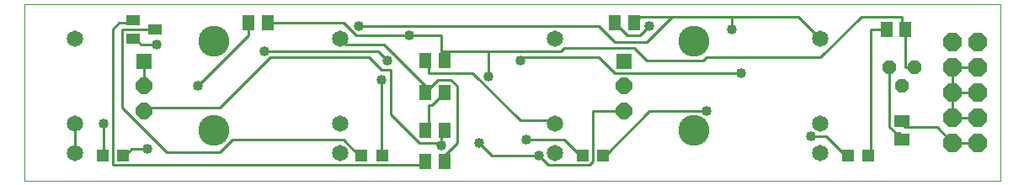
<source format=gtl>
G75*
%MOIN*%
%OFA0B0*%
%FSLAX25Y25*%
%IPPOS*%
%LPD*%
%AMOC8*
5,1,8,0,0,1.08239X$1,22.5*
%
%ADD10C,0.00000*%
%ADD11R,0.05118X0.05906*%
%ADD12OC8,0.05200*%
%ADD13OC8,0.07400*%
%ADD14R,0.06496X0.06496*%
%ADD15OC8,0.06496*%
%ADD16C,0.12268*%
%ADD17R,0.04724X0.04724*%
%ADD18R,0.05512X0.03937*%
%ADD19C,0.06496*%
%ADD20R,0.05906X0.05118*%
%ADD21C,0.01000*%
%ADD22C,0.04000*%
D10*
X0001000Y0005500D02*
X0001000Y0075461D01*
X0387201Y0075461D01*
X0387201Y0005500D01*
X0001000Y0005500D01*
D11*
X0159760Y0013000D03*
X0167240Y0013000D03*
X0167240Y0025500D03*
X0159760Y0025500D03*
X0159760Y0040500D03*
X0167240Y0040500D03*
X0167240Y0053000D03*
X0159760Y0053000D03*
X0097240Y0068000D03*
X0089760Y0068000D03*
X0234760Y0068000D03*
X0242240Y0068000D03*
X0342260Y0065500D03*
X0349740Y0065500D03*
D12*
X0353500Y0050500D03*
X0343500Y0050500D03*
X0348500Y0043000D03*
D13*
X0368500Y0040500D03*
X0378500Y0040500D03*
X0378500Y0050500D03*
X0368500Y0050500D03*
X0368500Y0060500D03*
X0378500Y0060500D03*
X0378500Y0030500D03*
X0368500Y0030500D03*
X0368500Y0020500D03*
X0378500Y0020500D03*
D14*
X0238441Y0052843D03*
X0048441Y0052843D03*
D15*
X0048441Y0043000D03*
X0048441Y0033157D03*
X0238441Y0033157D03*
X0238441Y0043000D03*
D16*
X0266000Y0060717D03*
X0266000Y0025283D03*
X0076000Y0025283D03*
X0076000Y0060717D03*
D17*
X0040134Y0015500D03*
X0031866Y0015500D03*
X0134366Y0015500D03*
X0142634Y0015500D03*
X0221866Y0015500D03*
X0230134Y0015500D03*
X0326866Y0015500D03*
X0335134Y0015500D03*
D18*
X0052831Y0065500D03*
X0044169Y0061760D03*
X0044169Y0069240D03*
D19*
X0021098Y0061701D03*
X0126059Y0061701D03*
X0211138Y0061701D03*
X0316020Y0061701D03*
X0316020Y0028236D03*
X0316020Y0016425D03*
X0211138Y0016425D03*
X0211138Y0028236D03*
X0126059Y0028236D03*
X0126059Y0016425D03*
X0021098Y0016425D03*
X0021098Y0028236D03*
D20*
X0348500Y0029240D03*
X0348500Y0021760D03*
D21*
X0348500Y0023000D01*
X0347250Y0024250D01*
X0346000Y0024250D01*
X0343500Y0026750D01*
X0343500Y0050500D01*
X0349750Y0050500D02*
X0353500Y0050500D01*
X0349750Y0050500D02*
X0349750Y0065500D01*
X0349740Y0065500D01*
X0348500Y0065500D01*
X0348500Y0070500D01*
X0332250Y0070500D01*
X0316000Y0054250D01*
X0271000Y0054250D01*
X0269750Y0053000D01*
X0247250Y0053000D01*
X0242250Y0058000D01*
X0214750Y0058000D01*
X0213500Y0056750D01*
X0184750Y0056750D01*
X0184750Y0046750D01*
X0178500Y0048000D02*
X0197250Y0029250D01*
X0211000Y0029250D01*
X0211138Y0028236D01*
X0226000Y0033000D02*
X0237250Y0033000D01*
X0238441Y0033157D01*
X0248500Y0033000D02*
X0271000Y0033000D01*
X0248500Y0033000D02*
X0231000Y0015500D01*
X0230134Y0015500D01*
X0221866Y0015500D02*
X0221000Y0015500D01*
X0214750Y0021750D01*
X0199750Y0021750D01*
X0186000Y0015500D02*
X0181000Y0020500D01*
X0172250Y0020500D02*
X0172250Y0043000D01*
X0169750Y0045500D01*
X0164750Y0045500D01*
X0161000Y0041750D01*
X0159760Y0040500D01*
X0159750Y0040500D01*
X0161000Y0041750D01*
X0143500Y0059250D01*
X0128500Y0059250D01*
X0127250Y0060500D01*
X0126059Y0061701D01*
X0132250Y0063000D02*
X0127250Y0068000D01*
X0097240Y0068000D01*
X0089760Y0068000D02*
X0089750Y0068000D01*
X0089750Y0063000D01*
X0069750Y0043000D01*
X0048500Y0043000D02*
X0048441Y0043000D01*
X0048500Y0043000D02*
X0048500Y0051750D01*
X0048441Y0052843D01*
X0047250Y0059250D02*
X0053500Y0059250D01*
X0047250Y0059250D02*
X0044750Y0061750D01*
X0044169Y0061760D01*
X0039750Y0065500D02*
X0052831Y0065500D01*
X0044169Y0069240D02*
X0043500Y0068000D01*
X0038500Y0068000D01*
X0036000Y0065500D01*
X0036000Y0011750D01*
X0158500Y0011750D01*
X0159750Y0013000D01*
X0159760Y0013000D01*
X0167240Y0013000D02*
X0167250Y0013000D01*
X0167250Y0015500D01*
X0172250Y0020500D01*
X0166000Y0020500D02*
X0166000Y0019250D01*
X0166000Y0020500D02*
X0157250Y0020500D01*
X0146000Y0031750D01*
X0146000Y0049250D01*
X0142250Y0049250D01*
X0137250Y0054250D01*
X0098500Y0054250D01*
X0078500Y0034250D01*
X0048500Y0034250D01*
X0048441Y0033157D01*
X0039750Y0034250D02*
X0039750Y0065500D01*
X0096000Y0056750D02*
X0141000Y0056750D01*
X0144750Y0053000D01*
X0159760Y0053000D02*
X0161000Y0053000D01*
X0161000Y0048000D01*
X0178500Y0048000D01*
X0167240Y0053000D02*
X0166000Y0053000D01*
X0166000Y0056750D01*
X0184750Y0056750D01*
X0197250Y0053000D02*
X0198500Y0054250D01*
X0228500Y0054250D01*
X0234750Y0048000D01*
X0284750Y0048000D01*
X0257250Y0070500D02*
X0247250Y0060500D01*
X0234750Y0060500D01*
X0228500Y0066750D01*
X0133500Y0066750D01*
X0132250Y0063000D02*
X0153500Y0063000D01*
X0166000Y0063000D01*
X0166000Y0056750D01*
X0142250Y0045500D02*
X0142250Y0015500D01*
X0142634Y0015500D01*
X0134366Y0015500D02*
X0133500Y0015500D01*
X0127250Y0021750D01*
X0083500Y0021750D01*
X0078500Y0016750D01*
X0057250Y0016750D01*
X0039750Y0034250D01*
X0032250Y0028000D02*
X0032250Y0015500D01*
X0031866Y0015500D01*
X0021098Y0016425D02*
X0021000Y0016750D01*
X0021000Y0028000D01*
X0021098Y0028236D01*
X0041000Y0015500D02*
X0043500Y0018000D01*
X0049750Y0018000D01*
X0041000Y0015500D02*
X0040134Y0015500D01*
X0159760Y0025500D02*
X0161000Y0025500D01*
X0161000Y0035500D01*
X0162250Y0035500D01*
X0167250Y0040500D01*
X0167240Y0040500D01*
X0226000Y0033000D02*
X0226000Y0013000D01*
X0224750Y0011750D01*
X0208500Y0011750D01*
X0204750Y0015500D01*
X0186000Y0015500D01*
X0166000Y0020500D02*
X0166000Y0025500D01*
X0167240Y0025500D01*
X0312250Y0023000D02*
X0318500Y0023000D01*
X0326000Y0015500D01*
X0326866Y0015500D01*
X0335134Y0015500D02*
X0336000Y0015500D01*
X0336000Y0065500D01*
X0342260Y0065500D01*
X0316020Y0061701D02*
X0316000Y0061750D01*
X0307250Y0070500D01*
X0281000Y0070500D01*
X0281000Y0065500D01*
X0281000Y0070500D02*
X0257250Y0070500D01*
X0244750Y0070500D01*
X0242250Y0068000D01*
X0242240Y0068000D01*
X0239750Y0063000D02*
X0234750Y0068000D01*
X0234760Y0068000D01*
X0244750Y0063000D02*
X0248500Y0066750D01*
X0244750Y0063000D02*
X0239750Y0063000D01*
X0368500Y0050500D02*
X0368500Y0040500D01*
X0378500Y0040500D01*
X0368500Y0040500D02*
X0368500Y0030500D01*
X0378500Y0030500D01*
X0368500Y0020500D02*
X0362250Y0026750D01*
X0349750Y0026750D01*
X0348500Y0028000D01*
X0348500Y0029240D01*
X0368500Y0020500D02*
X0378500Y0020500D01*
X0378500Y0050500D02*
X0368500Y0050500D01*
D22*
X0284750Y0048000D03*
X0271000Y0033000D03*
X0312250Y0023000D03*
X0204750Y0015500D03*
X0181000Y0020500D03*
X0166000Y0019250D03*
X0199750Y0021750D03*
X0142250Y0045500D03*
X0144750Y0053000D03*
X0184750Y0046750D03*
X0197250Y0053000D03*
X0153500Y0063000D03*
X0133500Y0066750D03*
X0096000Y0056750D03*
X0053500Y0059250D03*
X0069750Y0043000D03*
X0032250Y0028000D03*
X0049750Y0018000D03*
X0281000Y0065500D03*
X0248500Y0066750D03*
M02*

</source>
